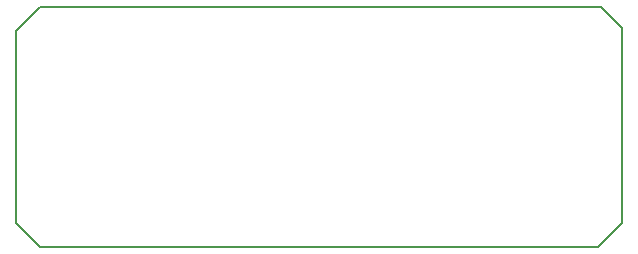
<source format=gbr>
G04 #@! TF.GenerationSoftware,KiCad,Pcbnew,5.0.0-fee4fd1~65~ubuntu17.10.1*
G04 #@! TF.CreationDate,2018-12-23T17:35:25+00:00*
G04 #@! TF.ProjectId,Programmer Using CH340G,50726F6772616D6D6572205573696E67,rev?*
G04 #@! TF.SameCoordinates,Original*
G04 #@! TF.FileFunction,Profile,NP*
%FSLAX46Y46*%
G04 Gerber Fmt 4.6, Leading zero omitted, Abs format (unit mm)*
G04 Created by KiCad (PCBNEW 5.0.0-fee4fd1~65~ubuntu17.10.1) date Sun Dec 23 17:35:25 2018*
%MOMM*%
%LPD*%
G01*
G04 APERTURE LIST*
%ADD10C,0.150000*%
G04 APERTURE END LIST*
D10*
X136144000Y-56896000D02*
X136144000Y-40386000D01*
X86868000Y-38608000D02*
X134366000Y-38608000D01*
X84836000Y-40640000D02*
X84836000Y-56896000D01*
X134112000Y-58928000D02*
X86868000Y-58928000D01*
X136144000Y-56896000D02*
X134112000Y-58928000D01*
X84836000Y-56896000D02*
X86868000Y-58928000D01*
X86868000Y-38608000D02*
X84836000Y-40640000D01*
X136144000Y-40386000D02*
X134366000Y-38608000D01*
M02*

</source>
